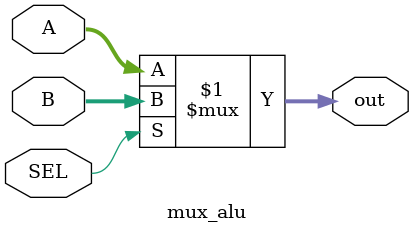
<source format=v>
`timescale 1ns / 1ps


module mux_alu(A,B,SEL,out);
input [31:0]A;
input [31:0]B;
input SEL;
output [31:0]out;
assign out=SEL?B:A;
endmodule

</source>
